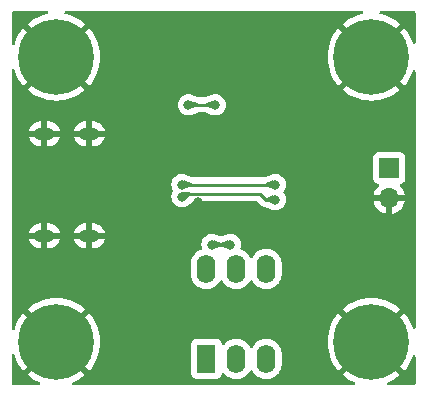
<source format=gbl>
G04 #@! TF.GenerationSoftware,KiCad,Pcbnew,8.0.2*
G04 #@! TF.CreationDate,2024-06-03T19:44:32-07:00*
G04 #@! TF.ProjectId,SNES_USB_C_power,534e4553-5f55-4534-925f-435f706f7765,A*
G04 #@! TF.SameCoordinates,Original*
G04 #@! TF.FileFunction,Copper,L2,Bot*
G04 #@! TF.FilePolarity,Positive*
%FSLAX46Y46*%
G04 Gerber Fmt 4.6, Leading zero omitted, Abs format (unit mm)*
G04 Created by KiCad (PCBNEW 8.0.2) date 2024-06-03 19:44:32*
%MOMM*%
%LPD*%
G01*
G04 APERTURE LIST*
G04 #@! TA.AperFunction,ComponentPad*
%ADD10C,0.800000*%
G04 #@! TD*
G04 #@! TA.AperFunction,ComponentPad*
%ADD11C,6.400000*%
G04 #@! TD*
G04 #@! TA.AperFunction,ComponentPad*
%ADD12R,1.700000X1.700000*%
G04 #@! TD*
G04 #@! TA.AperFunction,ComponentPad*
%ADD13O,1.700000X1.700000*%
G04 #@! TD*
G04 #@! TA.AperFunction,ComponentPad*
%ADD14O,1.700000X1.100000*%
G04 #@! TD*
G04 #@! TA.AperFunction,ComponentPad*
%ADD15R,1.600000X2.400000*%
G04 #@! TD*
G04 #@! TA.AperFunction,ComponentPad*
%ADD16O,1.600000X2.400000*%
G04 #@! TD*
G04 #@! TA.AperFunction,ViaPad*
%ADD17C,0.800000*%
G04 #@! TD*
G04 #@! TA.AperFunction,Conductor*
%ADD18C,0.250000*%
G04 #@! TD*
G04 APERTURE END LIST*
D10*
X170066000Y-99060000D03*
X170768944Y-97362944D03*
X170768944Y-100757056D03*
X172466000Y-96660000D03*
D11*
X172466000Y-99060000D03*
D10*
X172466000Y-101460000D03*
X174163056Y-97362944D03*
X174163056Y-100757056D03*
X174866000Y-99060000D03*
X170066000Y-123190000D03*
X170768944Y-121492944D03*
X170768944Y-124887056D03*
X172466000Y-120790000D03*
D11*
X172466000Y-123190000D03*
D10*
X172466000Y-125590000D03*
X174163056Y-121492944D03*
X174163056Y-124887056D03*
X174866000Y-123190000D03*
X143396000Y-123190000D03*
X144098944Y-121492944D03*
X144098944Y-124887056D03*
X145796000Y-120790000D03*
D11*
X145796000Y-123190000D03*
D10*
X145796000Y-125590000D03*
X147493056Y-121492944D03*
X147493056Y-124887056D03*
X148196000Y-123190000D03*
X143396000Y-99060000D03*
X144098944Y-97362944D03*
X144098944Y-100757056D03*
X145796000Y-96660000D03*
D11*
X145796000Y-99060000D03*
D10*
X145796000Y-101460000D03*
X147493056Y-97362944D03*
X147493056Y-100757056D03*
X148196000Y-99060000D03*
D12*
X173990000Y-108453000D03*
D13*
X173990000Y-110993000D03*
D14*
X148580000Y-105559500D03*
X144780000Y-105559500D03*
X148580000Y-114199500D03*
X144780000Y-114199500D03*
D15*
X158491000Y-124626500D03*
D16*
X161031000Y-124626500D03*
X163571000Y-124626500D03*
X163571000Y-117006500D03*
X161031000Y-117006500D03*
X158491000Y-117006500D03*
D17*
X148844000Y-120142000D03*
X171196000Y-111760000D03*
X159258000Y-103124000D03*
X156972000Y-103124000D03*
X153396000Y-119531500D03*
X157801000Y-111374500D03*
X169926000Y-115316000D03*
X153396000Y-123341500D03*
X152380000Y-114197500D03*
X167366000Y-120801500D03*
X169652000Y-110641500D03*
X153650000Y-107339500D03*
X150856000Y-113181500D03*
X167894000Y-107696000D03*
X168382000Y-115125500D03*
X150876000Y-105918000D03*
X156444000Y-109879500D03*
X164318000Y-109879500D03*
X164318000Y-111149500D03*
X156444000Y-110895500D03*
X158984000Y-114959500D03*
X160508000Y-114959500D03*
D18*
X156972000Y-103124000D02*
X159258000Y-103124000D01*
X164318000Y-109879500D02*
X156444000Y-109879500D01*
X163056000Y-110649500D02*
X156690000Y-110649500D01*
X163556000Y-111149500D02*
X163056000Y-110649500D01*
X164318000Y-111149500D02*
X163556000Y-111149500D01*
X156690000Y-110649500D02*
X156444000Y-110895500D01*
X158984000Y-114959500D02*
X160508000Y-114959500D01*
G04 #@! TA.AperFunction,Conductor*
G36*
X144575588Y-124232330D02*
G01*
X144753670Y-124410412D01*
X144855300Y-124484251D01*
X143360648Y-125978903D01*
X143360649Y-125978904D01*
X143618206Y-126187468D01*
X143943456Y-126398689D01*
X144289005Y-126574755D01*
X144384041Y-126611236D01*
X144439573Y-126653638D01*
X144463366Y-126719332D01*
X144447864Y-126787460D01*
X144397991Y-126836393D01*
X144339603Y-126851000D01*
X142136500Y-126851000D01*
X142069461Y-126831315D01*
X142023706Y-126778511D01*
X142012500Y-126727000D01*
X142012500Y-124307362D01*
X142032185Y-124240323D01*
X142084989Y-124194568D01*
X142154147Y-124184624D01*
X142217703Y-124213649D01*
X142255477Y-124272427D01*
X142256275Y-124275269D01*
X142272262Y-124334936D01*
X142411244Y-124696994D01*
X142587310Y-125042543D01*
X142798531Y-125367793D01*
X143007095Y-125625350D01*
X143007096Y-125625350D01*
X144501748Y-124130698D01*
X144575588Y-124232330D01*
G37*
G04 #@! TD.AperFunction*
G04 #@! TA.AperFunction,Conductor*
G36*
X171723572Y-95213685D02*
G01*
X171769327Y-95266489D01*
X171779271Y-95335647D01*
X171750246Y-95399203D01*
X171691468Y-95436977D01*
X171688626Y-95437775D01*
X171321063Y-95536262D01*
X170959005Y-95675244D01*
X170613456Y-95851310D01*
X170288206Y-96062531D01*
X170030648Y-96271095D01*
X170030648Y-96271096D01*
X171525301Y-97765748D01*
X171423670Y-97839588D01*
X171245588Y-98017670D01*
X171171748Y-98119300D01*
X169677096Y-96624648D01*
X169677095Y-96624648D01*
X169468531Y-96882206D01*
X169257310Y-97207456D01*
X169081244Y-97553005D01*
X168942262Y-97915063D01*
X168841887Y-98289669D01*
X168841886Y-98289676D01*
X168781219Y-98672712D01*
X168760922Y-99059999D01*
X168760922Y-99060000D01*
X168781219Y-99447287D01*
X168841886Y-99830323D01*
X168841887Y-99830330D01*
X168942262Y-100204936D01*
X169081244Y-100566994D01*
X169257310Y-100912543D01*
X169468531Y-101237793D01*
X169677095Y-101495350D01*
X169677096Y-101495350D01*
X171171748Y-100000698D01*
X171245588Y-100102330D01*
X171423670Y-100280412D01*
X171525300Y-100354251D01*
X170030648Y-101848903D01*
X170030649Y-101848904D01*
X170288206Y-102057468D01*
X170613456Y-102268689D01*
X170959005Y-102444755D01*
X171321063Y-102583737D01*
X171695669Y-102684112D01*
X171695676Y-102684113D01*
X172078712Y-102744780D01*
X172465999Y-102765078D01*
X172466001Y-102765078D01*
X172853287Y-102744780D01*
X173236323Y-102684113D01*
X173236330Y-102684112D01*
X173610936Y-102583737D01*
X173972994Y-102444755D01*
X174318543Y-102268689D01*
X174643783Y-102057476D01*
X174643785Y-102057475D01*
X174901349Y-101848902D01*
X173406698Y-100354251D01*
X173508330Y-100280412D01*
X173686412Y-100102330D01*
X173760251Y-100000698D01*
X175254902Y-101495349D01*
X175463475Y-101237785D01*
X175463476Y-101237783D01*
X175674689Y-100912543D01*
X175850755Y-100566994D01*
X175969736Y-100257041D01*
X176012138Y-100201509D01*
X176077832Y-100177716D01*
X176145961Y-100193218D01*
X176194893Y-100243091D01*
X176209500Y-100301479D01*
X176209500Y-121948520D01*
X176189815Y-122015559D01*
X176137011Y-122061314D01*
X176067853Y-122071258D01*
X176004297Y-122042233D01*
X175969736Y-121992958D01*
X175850755Y-121683005D01*
X175674689Y-121337456D01*
X175463468Y-121012206D01*
X175254904Y-120754649D01*
X175254903Y-120754648D01*
X173760251Y-122249300D01*
X173686412Y-122147670D01*
X173508330Y-121969588D01*
X173406698Y-121895748D01*
X174901350Y-120401096D01*
X174901350Y-120401095D01*
X174643793Y-120192531D01*
X174318543Y-119981310D01*
X173972994Y-119805244D01*
X173610936Y-119666262D01*
X173236330Y-119565887D01*
X173236323Y-119565886D01*
X172853287Y-119505219D01*
X172466001Y-119484922D01*
X172465999Y-119484922D01*
X172078712Y-119505219D01*
X171695676Y-119565886D01*
X171695669Y-119565887D01*
X171321063Y-119666262D01*
X170959005Y-119805244D01*
X170613456Y-119981310D01*
X170288206Y-120192531D01*
X170030648Y-120401095D01*
X170030648Y-120401096D01*
X171525301Y-121895748D01*
X171423670Y-121969588D01*
X171245588Y-122147670D01*
X171171748Y-122249300D01*
X169677096Y-120754648D01*
X169677095Y-120754648D01*
X169468531Y-121012206D01*
X169257310Y-121337456D01*
X169081244Y-121683005D01*
X168942262Y-122045063D01*
X168841887Y-122419669D01*
X168841886Y-122419676D01*
X168781219Y-122802712D01*
X168760922Y-123189999D01*
X168760922Y-123190000D01*
X168781219Y-123577287D01*
X168841886Y-123960323D01*
X168841887Y-123960330D01*
X168942262Y-124334936D01*
X169081244Y-124696994D01*
X169257310Y-125042543D01*
X169468531Y-125367793D01*
X169677095Y-125625350D01*
X169677096Y-125625350D01*
X171171748Y-124130698D01*
X171245588Y-124232330D01*
X171423670Y-124410412D01*
X171525300Y-124484251D01*
X170030648Y-125978903D01*
X170030649Y-125978904D01*
X170288206Y-126187468D01*
X170613456Y-126398689D01*
X170959005Y-126574755D01*
X171054041Y-126611236D01*
X171109573Y-126653638D01*
X171133366Y-126719332D01*
X171117864Y-126787460D01*
X171067991Y-126836393D01*
X171009603Y-126851000D01*
X147252397Y-126851000D01*
X147185358Y-126831315D01*
X147139603Y-126778511D01*
X147129659Y-126709353D01*
X147158684Y-126645797D01*
X147207959Y-126611236D01*
X147302994Y-126574755D01*
X147648543Y-126398689D01*
X147973783Y-126187476D01*
X147973785Y-126187475D01*
X148231349Y-125978902D01*
X146736698Y-124484251D01*
X146838330Y-124410412D01*
X147016412Y-124232330D01*
X147090251Y-124130698D01*
X148584902Y-125625349D01*
X148793475Y-125367785D01*
X148793476Y-125367783D01*
X149004689Y-125042543D01*
X149180755Y-124696994D01*
X149319737Y-124334936D01*
X149420112Y-123960330D01*
X149420113Y-123960323D01*
X149480780Y-123577287D01*
X149491191Y-123378635D01*
X157190500Y-123378635D01*
X157190500Y-125874370D01*
X157190501Y-125874376D01*
X157196908Y-125933983D01*
X157247202Y-126068828D01*
X157247206Y-126068835D01*
X157333452Y-126184044D01*
X157333455Y-126184047D01*
X157448664Y-126270293D01*
X157448671Y-126270297D01*
X157583517Y-126320591D01*
X157583516Y-126320591D01*
X157590444Y-126321335D01*
X157643127Y-126327000D01*
X159338872Y-126326999D01*
X159398483Y-126320591D01*
X159533331Y-126270296D01*
X159648546Y-126184046D01*
X159734796Y-126068831D01*
X159785091Y-125933983D01*
X159789061Y-125897056D01*
X159815796Y-125832511D01*
X159873188Y-125792661D01*
X159943013Y-125790166D01*
X160003102Y-125825817D01*
X160012667Y-125837429D01*
X160039032Y-125873717D01*
X160183786Y-126018471D01*
X160338749Y-126131056D01*
X160349390Y-126138787D01*
X160465607Y-126198003D01*
X160531776Y-126231718D01*
X160531778Y-126231718D01*
X160531781Y-126231720D01*
X160636137Y-126265627D01*
X160726465Y-126294977D01*
X160827557Y-126310988D01*
X160928648Y-126327000D01*
X160928649Y-126327000D01*
X161133351Y-126327000D01*
X161133352Y-126327000D01*
X161335534Y-126294977D01*
X161530219Y-126231720D01*
X161712610Y-126138787D01*
X161808901Y-126068828D01*
X161878213Y-126018471D01*
X161878215Y-126018468D01*
X161878219Y-126018466D01*
X162022966Y-125873719D01*
X162022968Y-125873715D01*
X162022971Y-125873713D01*
X162143284Y-125708114D01*
X162143285Y-125708113D01*
X162143287Y-125708110D01*
X162190516Y-125615417D01*
X162238489Y-125564623D01*
X162306310Y-125547828D01*
X162372445Y-125570365D01*
X162411483Y-125615417D01*
X162416545Y-125625350D01*
X162458715Y-125708114D01*
X162579028Y-125873713D01*
X162723786Y-126018471D01*
X162878749Y-126131056D01*
X162889390Y-126138787D01*
X163005607Y-126198003D01*
X163071776Y-126231718D01*
X163071778Y-126231718D01*
X163071781Y-126231720D01*
X163176137Y-126265627D01*
X163266465Y-126294977D01*
X163367557Y-126310988D01*
X163468648Y-126327000D01*
X163468649Y-126327000D01*
X163673351Y-126327000D01*
X163673352Y-126327000D01*
X163875534Y-126294977D01*
X164070219Y-126231720D01*
X164252610Y-126138787D01*
X164348901Y-126068828D01*
X164418213Y-126018471D01*
X164418215Y-126018468D01*
X164418219Y-126018466D01*
X164562966Y-125873719D01*
X164562968Y-125873715D01*
X164562971Y-125873713D01*
X164623670Y-125790166D01*
X164683287Y-125708110D01*
X164776220Y-125525719D01*
X164839477Y-125331034D01*
X164871500Y-125128852D01*
X164871500Y-124124148D01*
X164839477Y-123921966D01*
X164776220Y-123727281D01*
X164776218Y-123727278D01*
X164776218Y-123727276D01*
X164730515Y-123637580D01*
X164683287Y-123544890D01*
X164675556Y-123534249D01*
X164562971Y-123379286D01*
X164418213Y-123234528D01*
X164252613Y-123114215D01*
X164252612Y-123114214D01*
X164252610Y-123114213D01*
X164195653Y-123085191D01*
X164070223Y-123021281D01*
X163875534Y-122958022D01*
X163700995Y-122930378D01*
X163673352Y-122926000D01*
X163468648Y-122926000D01*
X163444329Y-122929851D01*
X163266465Y-122958022D01*
X163071776Y-123021281D01*
X162889386Y-123114215D01*
X162723786Y-123234528D01*
X162579028Y-123379286D01*
X162458715Y-123544886D01*
X162411485Y-123637580D01*
X162363510Y-123688376D01*
X162295689Y-123705171D01*
X162229554Y-123682634D01*
X162190515Y-123637580D01*
X162153364Y-123564668D01*
X162143287Y-123544890D01*
X162135556Y-123534249D01*
X162022971Y-123379286D01*
X161878213Y-123234528D01*
X161712613Y-123114215D01*
X161712612Y-123114214D01*
X161712610Y-123114213D01*
X161655653Y-123085191D01*
X161530223Y-123021281D01*
X161335534Y-122958022D01*
X161160995Y-122930378D01*
X161133352Y-122926000D01*
X160928648Y-122926000D01*
X160904329Y-122929851D01*
X160726465Y-122958022D01*
X160531776Y-123021281D01*
X160349386Y-123114215D01*
X160183786Y-123234528D01*
X160039032Y-123379282D01*
X160012668Y-123415570D01*
X159957338Y-123458235D01*
X159887724Y-123464214D01*
X159825929Y-123431608D01*
X159791572Y-123370769D01*
X159789060Y-123355938D01*
X159788640Y-123352033D01*
X159785091Y-123319017D01*
X159736971Y-123190000D01*
X159734797Y-123184171D01*
X159734793Y-123184164D01*
X159648547Y-123068955D01*
X159648544Y-123068952D01*
X159533335Y-122982706D01*
X159533328Y-122982702D01*
X159398482Y-122932408D01*
X159398483Y-122932408D01*
X159338883Y-122926001D01*
X159338881Y-122926000D01*
X159338873Y-122926000D01*
X159338864Y-122926000D01*
X157643129Y-122926000D01*
X157643123Y-122926001D01*
X157583516Y-122932408D01*
X157448671Y-122982702D01*
X157448664Y-122982706D01*
X157333455Y-123068952D01*
X157333452Y-123068955D01*
X157247206Y-123184164D01*
X157247202Y-123184171D01*
X157196908Y-123319017D01*
X157190501Y-123378616D01*
X157190500Y-123378635D01*
X149491191Y-123378635D01*
X149501078Y-123190000D01*
X149501078Y-123189999D01*
X149480780Y-122802712D01*
X149420113Y-122419676D01*
X149420112Y-122419669D01*
X149319737Y-122045063D01*
X149180755Y-121683005D01*
X149004689Y-121337456D01*
X148793468Y-121012206D01*
X148584904Y-120754649D01*
X148584903Y-120754648D01*
X147090251Y-122249300D01*
X147016412Y-122147670D01*
X146838330Y-121969588D01*
X146736698Y-121895748D01*
X148231350Y-120401096D01*
X148231350Y-120401095D01*
X147973793Y-120192531D01*
X147648543Y-119981310D01*
X147302994Y-119805244D01*
X146940936Y-119666262D01*
X146566330Y-119565887D01*
X146566323Y-119565886D01*
X146183287Y-119505219D01*
X145796001Y-119484922D01*
X145795999Y-119484922D01*
X145408712Y-119505219D01*
X145025676Y-119565886D01*
X145025669Y-119565887D01*
X144651063Y-119666262D01*
X144289005Y-119805244D01*
X143943456Y-119981310D01*
X143618206Y-120192531D01*
X143360648Y-120401095D01*
X143360648Y-120401096D01*
X144855301Y-121895748D01*
X144753670Y-121969588D01*
X144575588Y-122147670D01*
X144501748Y-122249300D01*
X143007096Y-120754648D01*
X143007095Y-120754648D01*
X142798531Y-121012206D01*
X142587310Y-121337456D01*
X142411244Y-121683005D01*
X142272263Y-122045060D01*
X142256275Y-122104731D01*
X142219910Y-122164391D01*
X142157063Y-122194920D01*
X142087687Y-122186625D01*
X142033809Y-122142140D01*
X142012535Y-122075588D01*
X142012500Y-122072637D01*
X142012500Y-116504148D01*
X157190500Y-116504148D01*
X157190500Y-117508851D01*
X157222522Y-117711034D01*
X157285781Y-117905723D01*
X157378715Y-118088113D01*
X157499028Y-118253713D01*
X157643786Y-118398471D01*
X157798749Y-118511056D01*
X157809390Y-118518787D01*
X157925607Y-118578003D01*
X157991776Y-118611718D01*
X157991778Y-118611718D01*
X157991781Y-118611720D01*
X158096137Y-118645627D01*
X158186465Y-118674977D01*
X158287557Y-118690988D01*
X158388648Y-118707000D01*
X158388649Y-118707000D01*
X158593351Y-118707000D01*
X158593352Y-118707000D01*
X158795534Y-118674977D01*
X158990219Y-118611720D01*
X159172610Y-118518787D01*
X159265590Y-118451232D01*
X159338213Y-118398471D01*
X159338215Y-118398468D01*
X159338219Y-118398466D01*
X159482966Y-118253719D01*
X159482968Y-118253715D01*
X159482971Y-118253713D01*
X159603284Y-118088114D01*
X159603285Y-118088113D01*
X159603287Y-118088110D01*
X159650516Y-117995417D01*
X159698489Y-117944623D01*
X159766310Y-117927828D01*
X159832445Y-117950365D01*
X159871485Y-117995419D01*
X159918715Y-118088114D01*
X160039028Y-118253713D01*
X160183786Y-118398471D01*
X160338749Y-118511056D01*
X160349390Y-118518787D01*
X160465607Y-118578003D01*
X160531776Y-118611718D01*
X160531778Y-118611718D01*
X160531781Y-118611720D01*
X160636137Y-118645627D01*
X160726465Y-118674977D01*
X160827557Y-118690988D01*
X160928648Y-118707000D01*
X160928649Y-118707000D01*
X161133351Y-118707000D01*
X161133352Y-118707000D01*
X161335534Y-118674977D01*
X161530219Y-118611720D01*
X161712610Y-118518787D01*
X161805590Y-118451232D01*
X161878213Y-118398471D01*
X161878215Y-118398468D01*
X161878219Y-118398466D01*
X162022966Y-118253719D01*
X162022968Y-118253715D01*
X162022971Y-118253713D01*
X162143284Y-118088114D01*
X162143285Y-118088113D01*
X162143287Y-118088110D01*
X162190516Y-117995417D01*
X162238489Y-117944623D01*
X162306310Y-117927828D01*
X162372445Y-117950365D01*
X162411485Y-117995419D01*
X162458715Y-118088114D01*
X162579028Y-118253713D01*
X162723786Y-118398471D01*
X162878749Y-118511056D01*
X162889390Y-118518787D01*
X163005607Y-118578003D01*
X163071776Y-118611718D01*
X163071778Y-118611718D01*
X163071781Y-118611720D01*
X163176137Y-118645627D01*
X163266465Y-118674977D01*
X163367557Y-118690988D01*
X163468648Y-118707000D01*
X163468649Y-118707000D01*
X163673351Y-118707000D01*
X163673352Y-118707000D01*
X163875534Y-118674977D01*
X164070219Y-118611720D01*
X164252610Y-118518787D01*
X164345590Y-118451232D01*
X164418213Y-118398471D01*
X164418215Y-118398468D01*
X164418219Y-118398466D01*
X164562966Y-118253719D01*
X164562968Y-118253715D01*
X164562971Y-118253713D01*
X164615732Y-118181090D01*
X164683287Y-118088110D01*
X164776220Y-117905719D01*
X164839477Y-117711034D01*
X164871500Y-117508852D01*
X164871500Y-116504148D01*
X164839477Y-116301966D01*
X164776220Y-116107281D01*
X164776218Y-116107278D01*
X164776218Y-116107276D01*
X164730515Y-116017580D01*
X164683287Y-115924890D01*
X164675556Y-115914249D01*
X164562971Y-115759286D01*
X164418213Y-115614528D01*
X164252613Y-115494215D01*
X164252612Y-115494214D01*
X164252610Y-115494213D01*
X164195653Y-115465191D01*
X164070223Y-115401281D01*
X163875534Y-115338022D01*
X163700995Y-115310378D01*
X163673352Y-115306000D01*
X163468648Y-115306000D01*
X163444329Y-115309851D01*
X163266465Y-115338022D01*
X163071776Y-115401281D01*
X162889386Y-115494215D01*
X162723786Y-115614528D01*
X162579028Y-115759286D01*
X162458715Y-115924886D01*
X162411485Y-116017580D01*
X162363510Y-116068376D01*
X162295689Y-116085171D01*
X162229554Y-116062634D01*
X162190515Y-116017580D01*
X162189883Y-116016340D01*
X162143287Y-115924890D01*
X162135556Y-115914249D01*
X162022971Y-115759286D01*
X161878213Y-115614528D01*
X161712613Y-115494215D01*
X161712612Y-115494214D01*
X161712610Y-115494213D01*
X161530219Y-115401280D01*
X161450133Y-115375258D01*
X161392458Y-115335821D01*
X161365260Y-115271463D01*
X161370521Y-115219011D01*
X161393674Y-115147756D01*
X161413460Y-114959500D01*
X161393674Y-114771244D01*
X161335179Y-114591216D01*
X161240533Y-114427284D01*
X161113871Y-114286612D01*
X161088858Y-114268439D01*
X160960734Y-114175351D01*
X160960729Y-114175348D01*
X160787807Y-114098357D01*
X160787802Y-114098355D01*
X160642001Y-114067365D01*
X160602646Y-114059000D01*
X160413354Y-114059000D01*
X160373999Y-114067365D01*
X160228198Y-114098355D01*
X160228193Y-114098357D01*
X160199938Y-114110937D01*
X160176400Y-114118705D01*
X160165607Y-114121102D01*
X160165593Y-114121107D01*
X159789845Y-114263147D01*
X159720176Y-114268439D01*
X159702153Y-114263147D01*
X159341141Y-114126677D01*
X159326392Y-114121102D01*
X159289045Y-114108880D01*
X159277179Y-114104311D01*
X159263804Y-114098356D01*
X159171224Y-114078678D01*
X159078646Y-114059000D01*
X158889354Y-114059000D01*
X158856897Y-114065898D01*
X158704197Y-114098355D01*
X158704192Y-114098357D01*
X158531270Y-114175348D01*
X158531265Y-114175351D01*
X158378129Y-114286611D01*
X158251466Y-114427285D01*
X158156821Y-114591215D01*
X158156818Y-114591222D01*
X158122492Y-114696868D01*
X158098326Y-114771244D01*
X158078540Y-114959500D01*
X158098326Y-115147756D01*
X158098327Y-115147759D01*
X158124342Y-115227826D01*
X158126337Y-115297667D01*
X158090256Y-115357500D01*
X158044732Y-115384074D01*
X157991779Y-115401280D01*
X157809386Y-115494215D01*
X157643786Y-115614528D01*
X157499028Y-115759286D01*
X157378715Y-115924886D01*
X157285781Y-116107276D01*
X157222522Y-116301965D01*
X157190500Y-116504148D01*
X142012500Y-116504148D01*
X142012500Y-113949500D01*
X143459157Y-113949500D01*
X144313012Y-113949500D01*
X144295795Y-113959440D01*
X144239940Y-114015295D01*
X144200444Y-114083704D01*
X144180000Y-114160004D01*
X144180000Y-114238996D01*
X144200444Y-114315296D01*
X144239940Y-114383705D01*
X144295795Y-114439560D01*
X144313012Y-114449500D01*
X143459157Y-114449500D01*
X143470350Y-114505774D01*
X143470351Y-114505776D01*
X143549500Y-114696858D01*
X143549505Y-114696868D01*
X143664410Y-114868835D01*
X143664413Y-114868839D01*
X143810660Y-115015086D01*
X143810664Y-115015089D01*
X143982631Y-115129994D01*
X143982641Y-115129999D01*
X144173725Y-115209149D01*
X144173733Y-115209151D01*
X144376579Y-115249499D01*
X144376583Y-115249500D01*
X144530000Y-115249500D01*
X144530000Y-114499500D01*
X145030000Y-114499500D01*
X145030000Y-115249500D01*
X145183417Y-115249500D01*
X145183420Y-115249499D01*
X145386266Y-115209151D01*
X145386274Y-115209149D01*
X145577358Y-115129999D01*
X145577368Y-115129994D01*
X145749335Y-115015089D01*
X145749339Y-115015086D01*
X145895586Y-114868839D01*
X145895589Y-114868835D01*
X146010494Y-114696868D01*
X146010499Y-114696858D01*
X146089648Y-114505776D01*
X146089649Y-114505774D01*
X146100843Y-114449500D01*
X145246988Y-114449500D01*
X145264205Y-114439560D01*
X145320060Y-114383705D01*
X145359556Y-114315296D01*
X145380000Y-114238996D01*
X145380000Y-114160004D01*
X145359556Y-114083704D01*
X145320060Y-114015295D01*
X145264205Y-113959440D01*
X145246988Y-113949500D01*
X146100843Y-113949500D01*
X147259157Y-113949500D01*
X148113012Y-113949500D01*
X148095795Y-113959440D01*
X148039940Y-114015295D01*
X148000444Y-114083704D01*
X147980000Y-114160004D01*
X147980000Y-114238996D01*
X148000444Y-114315296D01*
X148039940Y-114383705D01*
X148095795Y-114439560D01*
X148113012Y-114449500D01*
X147259157Y-114449500D01*
X147270350Y-114505774D01*
X147270351Y-114505776D01*
X147349500Y-114696858D01*
X147349505Y-114696868D01*
X147464410Y-114868835D01*
X147464413Y-114868839D01*
X147610660Y-115015086D01*
X147610664Y-115015089D01*
X147782631Y-115129994D01*
X147782641Y-115129999D01*
X147973725Y-115209149D01*
X147973733Y-115209151D01*
X148176579Y-115249499D01*
X148176583Y-115249500D01*
X148330000Y-115249500D01*
X148330000Y-114499500D01*
X148830000Y-114499500D01*
X148830000Y-115249500D01*
X148983417Y-115249500D01*
X148983420Y-115249499D01*
X149186266Y-115209151D01*
X149186274Y-115209149D01*
X149377358Y-115129999D01*
X149377368Y-115129994D01*
X149549335Y-115015089D01*
X149549339Y-115015086D01*
X149695586Y-114868839D01*
X149695589Y-114868835D01*
X149810494Y-114696868D01*
X149810499Y-114696858D01*
X149889648Y-114505776D01*
X149889649Y-114505774D01*
X149900843Y-114449500D01*
X149046988Y-114449500D01*
X149064205Y-114439560D01*
X149120060Y-114383705D01*
X149159556Y-114315296D01*
X149180000Y-114238996D01*
X149180000Y-114160004D01*
X149159556Y-114083704D01*
X149120060Y-114015295D01*
X149064205Y-113959440D01*
X149046988Y-113949500D01*
X149900843Y-113949500D01*
X149889649Y-113893225D01*
X149889648Y-113893223D01*
X149810499Y-113702141D01*
X149810494Y-113702131D01*
X149695589Y-113530164D01*
X149695586Y-113530160D01*
X149549339Y-113383913D01*
X149549335Y-113383910D01*
X149377368Y-113269005D01*
X149377358Y-113269000D01*
X149186274Y-113189850D01*
X149186266Y-113189848D01*
X148983420Y-113149500D01*
X148830000Y-113149500D01*
X148830000Y-113899500D01*
X148330000Y-113899500D01*
X148330000Y-113149500D01*
X148176579Y-113149500D01*
X147973733Y-113189848D01*
X147973725Y-113189850D01*
X147782641Y-113269000D01*
X147782631Y-113269005D01*
X147610664Y-113383910D01*
X147610660Y-113383913D01*
X147464413Y-113530160D01*
X147464410Y-113530164D01*
X147349505Y-113702131D01*
X147349500Y-113702141D01*
X147270351Y-113893223D01*
X147270350Y-113893225D01*
X147259157Y-113949500D01*
X146100843Y-113949500D01*
X146089649Y-113893225D01*
X146089648Y-113893223D01*
X146010499Y-113702141D01*
X146010494Y-113702131D01*
X145895589Y-113530164D01*
X145895586Y-113530160D01*
X145749339Y-113383913D01*
X145749335Y-113383910D01*
X145577368Y-113269005D01*
X145577358Y-113269000D01*
X145386274Y-113189850D01*
X145386266Y-113189848D01*
X145183420Y-113149500D01*
X145030000Y-113149500D01*
X145030000Y-113899500D01*
X144530000Y-113899500D01*
X144530000Y-113149500D01*
X144376579Y-113149500D01*
X144173733Y-113189848D01*
X144173725Y-113189850D01*
X143982641Y-113269000D01*
X143982631Y-113269005D01*
X143810664Y-113383910D01*
X143810660Y-113383913D01*
X143664413Y-113530160D01*
X143664410Y-113530164D01*
X143549505Y-113702131D01*
X143549500Y-113702141D01*
X143470351Y-113893223D01*
X143470350Y-113893225D01*
X143459157Y-113949500D01*
X142012500Y-113949500D01*
X142012500Y-109879500D01*
X155538540Y-109879500D01*
X155558326Y-110067756D01*
X155558327Y-110067759D01*
X155616820Y-110247783D01*
X155661690Y-110325501D01*
X155678162Y-110393401D01*
X155661690Y-110449499D01*
X155616820Y-110527216D01*
X155565231Y-110685993D01*
X155558326Y-110707244D01*
X155538540Y-110895500D01*
X155558326Y-111083756D01*
X155558327Y-111083759D01*
X155616818Y-111263777D01*
X155616821Y-111263784D01*
X155711467Y-111427716D01*
X155811630Y-111538958D01*
X155838129Y-111568388D01*
X155991265Y-111679648D01*
X155991270Y-111679651D01*
X156164192Y-111756642D01*
X156164197Y-111756644D01*
X156349354Y-111796000D01*
X156349355Y-111796000D01*
X156538644Y-111796000D01*
X156538646Y-111796000D01*
X156723803Y-111756644D01*
X156896730Y-111679651D01*
X157049871Y-111568388D01*
X157060039Y-111557093D01*
X157080403Y-111538958D01*
X157083465Y-111536784D01*
X157322813Y-111309146D01*
X157384955Y-111277211D01*
X157408267Y-111275000D01*
X162745548Y-111275000D01*
X162812587Y-111294685D01*
X162833229Y-111311319D01*
X163067016Y-111545106D01*
X163067045Y-111545137D01*
X163157264Y-111635356D01*
X163157267Y-111635358D01*
X163220353Y-111677510D01*
X163220354Y-111677512D01*
X163240035Y-111690662D01*
X163259715Y-111703812D01*
X163323504Y-111730234D01*
X163373548Y-111750963D01*
X163433971Y-111762981D01*
X163445772Y-111765328D01*
X163470102Y-111772834D01*
X163956222Y-111979607D01*
X163962217Y-111982112D01*
X163962295Y-111982144D01*
X163962307Y-111982148D01*
X163962309Y-111982149D01*
X164014498Y-112000529D01*
X164023745Y-112004209D01*
X164038197Y-112010644D01*
X164223354Y-112050000D01*
X164223355Y-112050000D01*
X164412644Y-112050000D01*
X164412646Y-112050000D01*
X164597803Y-112010644D01*
X164770730Y-111933651D01*
X164923871Y-111822388D01*
X165050533Y-111681716D01*
X165145179Y-111517784D01*
X165203674Y-111337756D01*
X165223460Y-111149500D01*
X165203674Y-110961244D01*
X165145179Y-110781216D01*
X165050533Y-110617284D01*
X165032693Y-110597471D01*
X165002464Y-110534481D01*
X165011089Y-110465146D01*
X165032694Y-110431528D01*
X165050533Y-110411716D01*
X165145179Y-110247784D01*
X165203674Y-110067756D01*
X165223460Y-109879500D01*
X165203674Y-109691244D01*
X165145179Y-109511216D01*
X165050533Y-109347284D01*
X164923871Y-109206612D01*
X164923870Y-109206611D01*
X164770734Y-109095351D01*
X164770729Y-109095348D01*
X164597807Y-109018357D01*
X164597802Y-109018355D01*
X164452001Y-108987365D01*
X164412646Y-108979000D01*
X164223354Y-108979000D01*
X164183999Y-108987365D01*
X164038198Y-109018355D01*
X164038193Y-109018357D01*
X164009938Y-109030937D01*
X163986400Y-109038705D01*
X163975607Y-109041102D01*
X163975593Y-109041107D01*
X163433609Y-109245989D01*
X163389763Y-109254000D01*
X157372236Y-109254000D01*
X157328391Y-109245989D01*
X156957915Y-109105941D01*
X156801140Y-109046677D01*
X156801124Y-109046670D01*
X156786392Y-109041102D01*
X156749045Y-109028880D01*
X156737179Y-109024311D01*
X156723804Y-109018356D01*
X156631224Y-108998678D01*
X156538646Y-108979000D01*
X156349354Y-108979000D01*
X156316897Y-108985898D01*
X156164197Y-109018355D01*
X156164192Y-109018357D01*
X155991270Y-109095348D01*
X155991265Y-109095351D01*
X155838129Y-109206611D01*
X155711466Y-109347285D01*
X155616821Y-109511215D01*
X155616818Y-109511222D01*
X155568301Y-109660544D01*
X155558326Y-109691244D01*
X155538540Y-109879500D01*
X142012500Y-109879500D01*
X142012500Y-107555135D01*
X172639500Y-107555135D01*
X172639500Y-109350870D01*
X172639501Y-109350876D01*
X172645908Y-109410483D01*
X172696202Y-109545328D01*
X172696206Y-109545335D01*
X172782452Y-109660544D01*
X172782455Y-109660547D01*
X172897664Y-109746793D01*
X172897671Y-109746797D01*
X172897674Y-109746798D01*
X173029598Y-109796002D01*
X173085531Y-109837873D01*
X173109949Y-109903337D01*
X173095098Y-109971610D01*
X173073947Y-109999865D01*
X172951886Y-110121926D01*
X172816400Y-110315420D01*
X172816399Y-110315422D01*
X172716570Y-110529507D01*
X172716567Y-110529513D01*
X172659364Y-110742999D01*
X172659364Y-110743000D01*
X173556988Y-110743000D01*
X173524075Y-110800007D01*
X173490000Y-110927174D01*
X173490000Y-111058826D01*
X173524075Y-111185993D01*
X173556988Y-111243000D01*
X172659364Y-111243000D01*
X172716567Y-111456486D01*
X172716570Y-111456492D01*
X172816399Y-111670578D01*
X172951894Y-111864082D01*
X173118917Y-112031105D01*
X173312421Y-112166600D01*
X173526507Y-112266429D01*
X173526516Y-112266433D01*
X173740000Y-112323634D01*
X173740000Y-111426012D01*
X173797007Y-111458925D01*
X173924174Y-111493000D01*
X174055826Y-111493000D01*
X174182993Y-111458925D01*
X174240000Y-111426012D01*
X174240000Y-112323633D01*
X174453483Y-112266433D01*
X174453492Y-112266429D01*
X174667578Y-112166600D01*
X174861082Y-112031105D01*
X175028105Y-111864082D01*
X175163600Y-111670578D01*
X175263429Y-111456492D01*
X175263432Y-111456486D01*
X175320636Y-111243000D01*
X174423012Y-111243000D01*
X174455925Y-111185993D01*
X174490000Y-111058826D01*
X174490000Y-110927174D01*
X174455925Y-110800007D01*
X174423012Y-110743000D01*
X175320636Y-110743000D01*
X175320635Y-110742999D01*
X175263432Y-110529513D01*
X175263429Y-110529507D01*
X175163600Y-110315422D01*
X175163599Y-110315420D01*
X175028113Y-110121926D01*
X175028108Y-110121920D01*
X174906053Y-109999865D01*
X174872568Y-109938542D01*
X174877552Y-109868850D01*
X174919424Y-109812917D01*
X174950400Y-109796002D01*
X175082331Y-109746796D01*
X175197546Y-109660546D01*
X175283796Y-109545331D01*
X175334091Y-109410483D01*
X175340500Y-109350873D01*
X175340499Y-107555128D01*
X175334091Y-107495517D01*
X175283796Y-107360669D01*
X175283795Y-107360668D01*
X175283793Y-107360664D01*
X175197547Y-107245455D01*
X175197544Y-107245452D01*
X175082335Y-107159206D01*
X175082328Y-107159202D01*
X174947482Y-107108908D01*
X174947483Y-107108908D01*
X174887883Y-107102501D01*
X174887881Y-107102500D01*
X174887873Y-107102500D01*
X174887864Y-107102500D01*
X173092129Y-107102500D01*
X173092123Y-107102501D01*
X173032516Y-107108908D01*
X172897671Y-107159202D01*
X172897664Y-107159206D01*
X172782455Y-107245452D01*
X172782452Y-107245455D01*
X172696206Y-107360664D01*
X172696202Y-107360671D01*
X172645908Y-107495517D01*
X172639501Y-107555116D01*
X172639501Y-107555123D01*
X172639500Y-107555135D01*
X142012500Y-107555135D01*
X142012500Y-105309500D01*
X143459157Y-105309500D01*
X144313012Y-105309500D01*
X144295795Y-105319440D01*
X144239940Y-105375295D01*
X144200444Y-105443704D01*
X144180000Y-105520004D01*
X144180000Y-105598996D01*
X144200444Y-105675296D01*
X144239940Y-105743705D01*
X144295795Y-105799560D01*
X144313012Y-105809500D01*
X143459157Y-105809500D01*
X143470350Y-105865774D01*
X143470351Y-105865776D01*
X143549500Y-106056858D01*
X143549505Y-106056868D01*
X143664410Y-106228835D01*
X143664413Y-106228839D01*
X143810660Y-106375086D01*
X143810664Y-106375089D01*
X143982631Y-106489994D01*
X143982641Y-106489999D01*
X144173725Y-106569149D01*
X144173733Y-106569151D01*
X144376579Y-106609499D01*
X144376583Y-106609500D01*
X144530000Y-106609500D01*
X144530000Y-105859500D01*
X145030000Y-105859500D01*
X145030000Y-106609500D01*
X145183417Y-106609500D01*
X145183420Y-106609499D01*
X145386266Y-106569151D01*
X145386274Y-106569149D01*
X145577358Y-106489999D01*
X145577368Y-106489994D01*
X145749335Y-106375089D01*
X145749339Y-106375086D01*
X145895586Y-106228839D01*
X145895589Y-106228835D01*
X146010494Y-106056868D01*
X146010499Y-106056858D01*
X146089648Y-105865776D01*
X146089649Y-105865774D01*
X146100843Y-105809500D01*
X145246988Y-105809500D01*
X145264205Y-105799560D01*
X145320060Y-105743705D01*
X145359556Y-105675296D01*
X145380000Y-105598996D01*
X145380000Y-105520004D01*
X145359556Y-105443704D01*
X145320060Y-105375295D01*
X145264205Y-105319440D01*
X145246988Y-105309500D01*
X146100843Y-105309500D01*
X147259157Y-105309500D01*
X148113012Y-105309500D01*
X148095795Y-105319440D01*
X148039940Y-105375295D01*
X148000444Y-105443704D01*
X147980000Y-105520004D01*
X147980000Y-105598996D01*
X148000444Y-105675296D01*
X148039940Y-105743705D01*
X148095795Y-105799560D01*
X148113012Y-105809500D01*
X147259157Y-105809500D01*
X147270350Y-105865774D01*
X147270351Y-105865776D01*
X147349500Y-106056858D01*
X147349505Y-106056868D01*
X147464410Y-106228835D01*
X147464413Y-106228839D01*
X147610660Y-106375086D01*
X147610664Y-106375089D01*
X147782631Y-106489994D01*
X147782641Y-106489999D01*
X147973725Y-106569149D01*
X147973733Y-106569151D01*
X148176579Y-106609499D01*
X148176583Y-106609500D01*
X148330000Y-106609500D01*
X148330000Y-105859500D01*
X148830000Y-105859500D01*
X148830000Y-106609500D01*
X148983417Y-106609500D01*
X148983420Y-106609499D01*
X149186266Y-106569151D01*
X149186274Y-106569149D01*
X149377358Y-106489999D01*
X149377368Y-106489994D01*
X149549335Y-106375089D01*
X149549339Y-106375086D01*
X149695586Y-106228839D01*
X149695589Y-106228835D01*
X149810494Y-106056868D01*
X149810499Y-106056858D01*
X149889648Y-105865776D01*
X149889649Y-105865774D01*
X149900843Y-105809500D01*
X149046988Y-105809500D01*
X149064205Y-105799560D01*
X149120060Y-105743705D01*
X149159556Y-105675296D01*
X149180000Y-105598996D01*
X149180000Y-105520004D01*
X149159556Y-105443704D01*
X149120060Y-105375295D01*
X149064205Y-105319440D01*
X149046988Y-105309500D01*
X149900843Y-105309500D01*
X149889649Y-105253225D01*
X149889648Y-105253223D01*
X149810499Y-105062141D01*
X149810494Y-105062131D01*
X149695589Y-104890164D01*
X149695586Y-104890160D01*
X149549339Y-104743913D01*
X149549335Y-104743910D01*
X149377368Y-104629005D01*
X149377358Y-104629000D01*
X149186274Y-104549850D01*
X149186266Y-104549848D01*
X148983420Y-104509500D01*
X148830000Y-104509500D01*
X148830000Y-105259500D01*
X148330000Y-105259500D01*
X148330000Y-104509500D01*
X148176579Y-104509500D01*
X147973733Y-104549848D01*
X147973725Y-104549850D01*
X147782641Y-104629000D01*
X147782631Y-104629005D01*
X147610664Y-104743910D01*
X147610660Y-104743913D01*
X147464413Y-104890160D01*
X147464410Y-104890164D01*
X147349505Y-105062131D01*
X147349500Y-105062141D01*
X147270351Y-105253223D01*
X147270350Y-105253225D01*
X147259157Y-105309500D01*
X146100843Y-105309500D01*
X146089649Y-105253225D01*
X146089648Y-105253223D01*
X146010499Y-105062141D01*
X146010494Y-105062131D01*
X145895589Y-104890164D01*
X145895586Y-104890160D01*
X145749339Y-104743913D01*
X145749335Y-104743910D01*
X145577368Y-104629005D01*
X145577358Y-104629000D01*
X145386274Y-104549850D01*
X145386266Y-104549848D01*
X145183420Y-104509500D01*
X145030000Y-104509500D01*
X145030000Y-105259500D01*
X144530000Y-105259500D01*
X144530000Y-104509500D01*
X144376579Y-104509500D01*
X144173733Y-104549848D01*
X144173725Y-104549850D01*
X143982641Y-104629000D01*
X143982631Y-104629005D01*
X143810664Y-104743910D01*
X143810660Y-104743913D01*
X143664413Y-104890160D01*
X143664410Y-104890164D01*
X143549505Y-105062131D01*
X143549500Y-105062141D01*
X143470351Y-105253223D01*
X143470350Y-105253225D01*
X143459157Y-105309500D01*
X142012500Y-105309500D01*
X142012500Y-103124000D01*
X156066540Y-103124000D01*
X156086326Y-103312256D01*
X156086327Y-103312259D01*
X156144818Y-103492277D01*
X156144821Y-103492284D01*
X156239467Y-103656216D01*
X156323461Y-103749500D01*
X156366129Y-103796888D01*
X156519265Y-103908148D01*
X156519270Y-103908151D01*
X156692192Y-103985142D01*
X156692197Y-103985144D01*
X156877354Y-104024500D01*
X156877355Y-104024500D01*
X157066644Y-104024500D01*
X157066646Y-104024500D01*
X157251803Y-103985144D01*
X157280056Y-103972563D01*
X157303607Y-103964792D01*
X157311286Y-103963085D01*
X157314400Y-103962394D01*
X157856389Y-103757510D01*
X157900234Y-103749500D01*
X158329766Y-103749500D01*
X158373610Y-103757510D01*
X158915599Y-103962394D01*
X158915607Y-103962397D01*
X158952958Y-103974621D01*
X158964828Y-103979192D01*
X158978192Y-103985142D01*
X158978197Y-103985144D01*
X159163354Y-104024500D01*
X159163355Y-104024500D01*
X159352644Y-104024500D01*
X159352646Y-104024500D01*
X159537803Y-103985144D01*
X159710730Y-103908151D01*
X159863871Y-103796888D01*
X159990533Y-103656216D01*
X160085179Y-103492284D01*
X160143674Y-103312256D01*
X160163460Y-103124000D01*
X160143674Y-102935744D01*
X160085179Y-102755716D01*
X159990533Y-102591784D01*
X159863871Y-102451112D01*
X159863870Y-102451111D01*
X159710734Y-102339851D01*
X159710729Y-102339848D01*
X159537807Y-102262857D01*
X159537802Y-102262855D01*
X159392001Y-102231865D01*
X159352646Y-102223500D01*
X159163354Y-102223500D01*
X159123999Y-102231865D01*
X158978198Y-102262855D01*
X158978193Y-102262857D01*
X158949938Y-102275437D01*
X158926400Y-102283205D01*
X158915607Y-102285602D01*
X158915593Y-102285607D01*
X158373609Y-102490489D01*
X158329763Y-102498500D01*
X157900236Y-102498500D01*
X157856391Y-102490489D01*
X157485915Y-102350441D01*
X157329140Y-102291177D01*
X157329124Y-102291170D01*
X157314392Y-102285602D01*
X157277045Y-102273380D01*
X157265179Y-102268811D01*
X157251804Y-102262856D01*
X157159224Y-102243178D01*
X157066646Y-102223500D01*
X156877354Y-102223500D01*
X156844897Y-102230398D01*
X156692197Y-102262855D01*
X156692192Y-102262857D01*
X156519270Y-102339848D01*
X156519265Y-102339851D01*
X156366129Y-102451111D01*
X156239466Y-102591785D01*
X156144821Y-102755715D01*
X156144818Y-102755722D01*
X156086327Y-102935740D01*
X156086326Y-102935744D01*
X156066540Y-103124000D01*
X142012500Y-103124000D01*
X142012500Y-100177362D01*
X142032185Y-100110323D01*
X142084989Y-100064568D01*
X142154147Y-100054624D01*
X142217703Y-100083649D01*
X142255477Y-100142427D01*
X142256275Y-100145269D01*
X142272262Y-100204936D01*
X142411244Y-100566994D01*
X142587310Y-100912543D01*
X142798531Y-101237793D01*
X143007095Y-101495350D01*
X143007096Y-101495350D01*
X144501748Y-100000698D01*
X144575588Y-100102330D01*
X144753670Y-100280412D01*
X144855300Y-100354251D01*
X143360648Y-101848903D01*
X143360649Y-101848904D01*
X143618206Y-102057468D01*
X143943456Y-102268689D01*
X144289005Y-102444755D01*
X144651063Y-102583737D01*
X145025669Y-102684112D01*
X145025676Y-102684113D01*
X145408712Y-102744780D01*
X145795999Y-102765078D01*
X145796001Y-102765078D01*
X146183287Y-102744780D01*
X146566323Y-102684113D01*
X146566330Y-102684112D01*
X146940936Y-102583737D01*
X147302994Y-102444755D01*
X147648543Y-102268689D01*
X147973783Y-102057476D01*
X147973785Y-102057475D01*
X148231349Y-101848902D01*
X146736698Y-100354251D01*
X146838330Y-100280412D01*
X147016412Y-100102330D01*
X147090251Y-100000698D01*
X148584902Y-101495349D01*
X148793475Y-101237785D01*
X148793476Y-101237783D01*
X149004689Y-100912543D01*
X149180755Y-100566994D01*
X149319737Y-100204936D01*
X149420112Y-99830330D01*
X149420113Y-99830323D01*
X149480780Y-99447287D01*
X149501078Y-99060000D01*
X149501078Y-99059999D01*
X149480780Y-98672712D01*
X149420113Y-98289676D01*
X149420112Y-98289669D01*
X149319737Y-97915063D01*
X149180755Y-97553005D01*
X149004689Y-97207456D01*
X148793468Y-96882206D01*
X148584904Y-96624649D01*
X148584903Y-96624648D01*
X147090251Y-98119300D01*
X147016412Y-98017670D01*
X146838330Y-97839588D01*
X146736698Y-97765748D01*
X148231350Y-96271096D01*
X148231350Y-96271095D01*
X147973793Y-96062531D01*
X147648543Y-95851310D01*
X147302994Y-95675244D01*
X146940936Y-95536262D01*
X146573374Y-95437775D01*
X146513713Y-95401410D01*
X146483184Y-95338563D01*
X146491479Y-95269187D01*
X146535964Y-95215310D01*
X146602516Y-95194035D01*
X146605467Y-95194000D01*
X171656533Y-95194000D01*
X171723572Y-95213685D01*
G37*
G04 #@! TD.AperFunction*
G04 #@! TA.AperFunction,Conductor*
G36*
X175254902Y-125625349D02*
G01*
X175463475Y-125367785D01*
X175463476Y-125367783D01*
X175674689Y-125042543D01*
X175850755Y-124696994D01*
X175969736Y-124387041D01*
X176012138Y-124331509D01*
X176077832Y-124307716D01*
X176145961Y-124323218D01*
X176194893Y-124373091D01*
X176209500Y-124431479D01*
X176209500Y-126727000D01*
X176189815Y-126794039D01*
X176137011Y-126839794D01*
X176085500Y-126851000D01*
X173922397Y-126851000D01*
X173855358Y-126831315D01*
X173809603Y-126778511D01*
X173799659Y-126709353D01*
X173828684Y-126645797D01*
X173877959Y-126611236D01*
X173972994Y-126574755D01*
X174318543Y-126398689D01*
X174643783Y-126187476D01*
X174643785Y-126187475D01*
X174901349Y-125978902D01*
X173406698Y-124484251D01*
X173508330Y-124410412D01*
X173686412Y-124232330D01*
X173760251Y-124130698D01*
X175254902Y-125625349D01*
G37*
G04 #@! TD.AperFunction*
G04 #@! TA.AperFunction,Conductor*
G36*
X145053572Y-95213685D02*
G01*
X145099327Y-95266489D01*
X145109271Y-95335647D01*
X145080246Y-95399203D01*
X145021468Y-95436977D01*
X145018626Y-95437775D01*
X144651063Y-95536262D01*
X144289005Y-95675244D01*
X143943456Y-95851310D01*
X143618206Y-96062531D01*
X143360648Y-96271095D01*
X143360648Y-96271096D01*
X144855301Y-97765748D01*
X144753670Y-97839588D01*
X144575588Y-98017670D01*
X144501748Y-98119300D01*
X143007096Y-96624648D01*
X143007095Y-96624648D01*
X142798531Y-96882206D01*
X142587310Y-97207456D01*
X142411244Y-97553005D01*
X142272263Y-97915060D01*
X142256275Y-97974731D01*
X142219910Y-98034391D01*
X142157063Y-98064920D01*
X142087687Y-98056625D01*
X142033809Y-98012140D01*
X142012535Y-97945588D01*
X142012500Y-97942637D01*
X142012500Y-95318000D01*
X142032185Y-95250961D01*
X142084989Y-95205206D01*
X142136500Y-95194000D01*
X144986533Y-95194000D01*
X145053572Y-95213685D01*
G37*
G04 #@! TD.AperFunction*
G04 #@! TA.AperFunction,Conductor*
G36*
X176152539Y-95213685D02*
G01*
X176198294Y-95266489D01*
X176209500Y-95318000D01*
X176209500Y-97818520D01*
X176189815Y-97885559D01*
X176137011Y-97931314D01*
X176067853Y-97941258D01*
X176004297Y-97912233D01*
X175969736Y-97862958D01*
X175850755Y-97553005D01*
X175674689Y-97207456D01*
X175463468Y-96882206D01*
X175254904Y-96624649D01*
X175254903Y-96624648D01*
X173760251Y-98119300D01*
X173686412Y-98017670D01*
X173508330Y-97839588D01*
X173406698Y-97765748D01*
X174901350Y-96271096D01*
X174901350Y-96271095D01*
X174643793Y-96062531D01*
X174318543Y-95851310D01*
X173972994Y-95675244D01*
X173610936Y-95536262D01*
X173243374Y-95437775D01*
X173183713Y-95401410D01*
X173153184Y-95338563D01*
X173161479Y-95269187D01*
X173205964Y-95215310D01*
X173272516Y-95194035D01*
X173275467Y-95194000D01*
X176085500Y-95194000D01*
X176152539Y-95213685D01*
G37*
G04 #@! TD.AperFunction*
G04 #@! TA.AperFunction,Conductor*
G36*
X157152696Y-102764890D02*
G01*
X157764437Y-102996141D01*
X157770964Y-103002272D01*
X157772000Y-103007085D01*
X157772000Y-103240914D01*
X157768573Y-103249187D01*
X157764437Y-103251858D01*
X157135655Y-103489551D01*
X157126705Y-103489271D01*
X157120719Y-103483109D01*
X157024306Y-103251858D01*
X156972875Y-103128499D01*
X156972855Y-103119550D01*
X157120719Y-102764889D01*
X157127066Y-102758572D01*
X157135654Y-102758448D01*
X157152696Y-102764890D01*
G37*
G04 #@! TD.AperFunction*
G04 #@! TA.AperFunction,Conductor*
G36*
X159103294Y-102758728D02*
G01*
X159109280Y-102764890D01*
X159257123Y-103119498D01*
X159257144Y-103128452D01*
X159257123Y-103128502D01*
X159109280Y-103483109D01*
X159102933Y-103489427D01*
X159094344Y-103489551D01*
X158465563Y-103251858D01*
X158459036Y-103245727D01*
X158458000Y-103240914D01*
X158458000Y-103007085D01*
X158461427Y-102998812D01*
X158465563Y-102996141D01*
X159094345Y-102758448D01*
X159103294Y-102758728D01*
G37*
G04 #@! TD.AperFunction*
G04 #@! TA.AperFunction,Conductor*
G36*
X164163294Y-109514228D02*
G01*
X164169280Y-109520390D01*
X164317123Y-109874998D01*
X164317144Y-109883952D01*
X164317123Y-109884002D01*
X164169280Y-110238609D01*
X164162933Y-110244927D01*
X164154344Y-110245051D01*
X163525563Y-110007358D01*
X163519036Y-110001227D01*
X163518000Y-109996414D01*
X163518000Y-109762585D01*
X163521427Y-109754312D01*
X163525563Y-109751641D01*
X164154345Y-109513948D01*
X164163294Y-109514228D01*
G37*
G04 #@! TD.AperFunction*
G04 #@! TA.AperFunction,Conductor*
G36*
X156624696Y-109520390D02*
G01*
X157236437Y-109751641D01*
X157242964Y-109757772D01*
X157244000Y-109762585D01*
X157244000Y-109996414D01*
X157240573Y-110004687D01*
X157236437Y-110007358D01*
X156607655Y-110245051D01*
X156598705Y-110244771D01*
X156592719Y-110238609D01*
X156496306Y-110007358D01*
X156444875Y-109883999D01*
X156444855Y-109875050D01*
X156592719Y-109520389D01*
X156599066Y-109514072D01*
X156607654Y-109513948D01*
X156624696Y-109520390D01*
G37*
G04 #@! TD.AperFunction*
G04 #@! TA.AperFunction,Conductor*
G36*
X156456096Y-110495995D02*
G01*
X157140240Y-110524040D01*
X157148366Y-110527803D01*
X157151461Y-110535730D01*
X157151461Y-110769481D01*
X157148034Y-110777754D01*
X157147824Y-110777959D01*
X156735096Y-111170493D01*
X156726740Y-111173711D01*
X156718775Y-111170303D01*
X156446452Y-110898940D01*
X156443012Y-110890674D01*
X156443012Y-110890624D01*
X156443919Y-110527803D01*
X156443969Y-110507656D01*
X156447417Y-110499393D01*
X156455698Y-110495987D01*
X156456096Y-110495995D01*
G37*
G04 #@! TD.AperFunction*
G04 #@! TA.AperFunction,Conductor*
G36*
X164169409Y-110790766D02*
G01*
X164169603Y-110791207D01*
X164316839Y-111145710D01*
X164316848Y-111154665D01*
X164316833Y-111154700D01*
X164169462Y-111508174D01*
X164163115Y-111514492D01*
X164154161Y-111514471D01*
X164154083Y-111514439D01*
X163456691Y-111217801D01*
X163450420Y-111211409D01*
X163450504Y-111202454D01*
X163452995Y-111198764D01*
X163616055Y-111035704D01*
X163619393Y-111033370D01*
X164153871Y-110785083D01*
X164162816Y-110784706D01*
X164169409Y-110790766D01*
G37*
G04 #@! TD.AperFunction*
G04 #@! TA.AperFunction,Conductor*
G36*
X160353294Y-114594228D02*
G01*
X160359280Y-114600390D01*
X160507123Y-114954998D01*
X160507144Y-114963952D01*
X160507123Y-114964002D01*
X160359280Y-115318609D01*
X160352933Y-115324927D01*
X160344344Y-115325051D01*
X159715563Y-115087358D01*
X159709036Y-115081227D01*
X159708000Y-115076414D01*
X159708000Y-114842585D01*
X159711427Y-114834312D01*
X159715563Y-114831641D01*
X160344345Y-114593948D01*
X160353294Y-114594228D01*
G37*
G04 #@! TD.AperFunction*
G04 #@! TA.AperFunction,Conductor*
G36*
X159164696Y-114600390D02*
G01*
X159776437Y-114831641D01*
X159782964Y-114837772D01*
X159784000Y-114842585D01*
X159784000Y-115076414D01*
X159780573Y-115084687D01*
X159776437Y-115087358D01*
X159147655Y-115325051D01*
X159138705Y-115324771D01*
X159132719Y-115318609D01*
X159036306Y-115087358D01*
X158984875Y-114963999D01*
X158984855Y-114955050D01*
X159132719Y-114600389D01*
X159139066Y-114594072D01*
X159147654Y-114593948D01*
X159164696Y-114600390D01*
G37*
G04 #@! TD.AperFunction*
M02*

</source>
